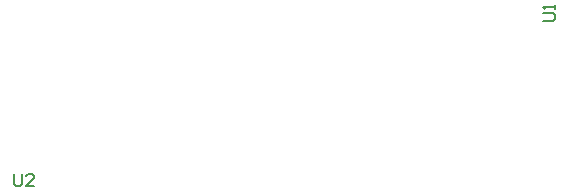
<source format=gm1>
G04*
G04 #@! TF.GenerationSoftware,Altium Limited,Altium Designer,25.1.2 (22)*
G04*
G04 Layer_Color=16711935*
%FSLAX44Y44*%
%MOMM*%
G71*
G04*
G04 #@! TF.SameCoordinates,735CD127-3729-4D2A-A9AC-AB826B6A9FB7*
G04*
G04*
G04 #@! TF.FilePolarity,Positive*
G04*
G01*
G75*
%ADD68C,0.1524*%
D68*
X656593Y622300D02*
X665057D01*
X666750Y623993D01*
Y627378D01*
X665057Y629071D01*
X656593D01*
X666750Y632457D02*
Y635842D01*
Y634150D01*
X656593D01*
X658286Y632457D01*
X209060Y493331D02*
Y484867D01*
X210753Y483174D01*
X214138D01*
X215831Y484867D01*
Y493331D01*
X225988Y483174D02*
X219217D01*
X225988Y489945D01*
Y491638D01*
X224295Y493331D01*
X220910D01*
X219217Y491638D01*
M02*

</source>
